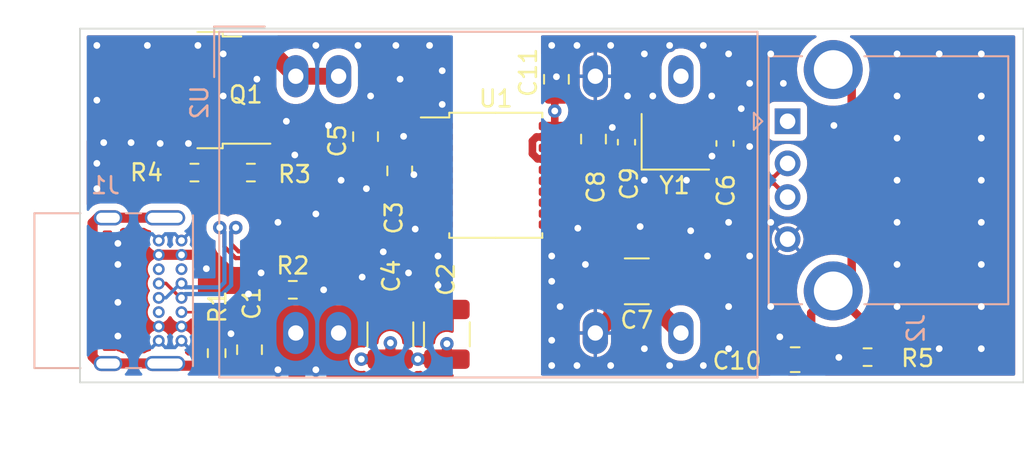
<source format=kicad_pcb>
(kicad_pcb (version 20211014) (generator pcbnew)
  (layers (0 "F.Cu" signal) (1 "In1.Cu" signal) (2 "In2.Cu" signal) (31 "B.Cu" signal) (34 "B.Paste" user) (35 "F.Paste" user) (36 "B.SilkS" user "B.Silkscreen") (37 "F.SilkS" user "F.Silkscreen") (38 "B.Mask" user) (39 "F.Mask" user) (44 "Edge.Cuts" user))
  (net 0 "")
  (net 1 "GND1")
  (net 2 "Net-(C1-Pad2)")
  (net 3 "VCC")
  (net 4 "Net-(C3-Pad1)")
  (net 5 "Net-(C6-Pad1)")
  (net 6 "GND2")
  (net 7 "VDD")
  (net 8 "Net-(C8-Pad2)")
  (net 9 "Net-(C9-Pad2)")
  (net 10 "Net-(C10-Pad2)")
  (net 11 "Net-(J1-PadA5)")
  (net 12 "/HD+")
  (net 13 "/HD-")
  (net 17 "Net-(Q1-Pad1)")
  (net 20 "/DD-")
  (net 21 "/DD+")
  (net 22 "/GNDSW")
  (footprint "Resistor_SMD:R_0603_1608Metric" (layer "F.Cu") (at 129.1336 76.5048)
    (fp_text reference "R2" (at 0 -1.43) (layer "F.SilkS"))
    (fp_text value "5.1k")
    (fp_line (start -0.237258 -0.5225) (end 0.237258 -0.5225) (layer "F.SilkS") (width 0.12))
    (fp_line (start -0.237258 0.5225) (end 0.237258 0.5225) (layer "F.SilkS") (width 0.12))
    (pad "1" smd roundrect locked (at -0.825 0) (size 0.8 0.95) (layers "F.Cu" "F.Paste" "F.Mask") (net 11 "Net-(J1-PadA5)"))
    (pad "2" smd roundrect locked (at 0.825 0) (size 0.8 0.95) (layers "F.Cu" "F.Paste" "F.Mask") (net 1 "GND1"))
  )
  (footprint "Resistor_SMD:R_0603_1608Metric" (layer "F.Cu") (at 124.6124 80.264 -90)
    (fp_text reference "R1" (at -2.7432 -0.0508 90) (layer "F.SilkS"))
    (fp_text value "1M")
    (fp_line (start -0.237258 -0.5225) (end 0.237258 -0.5225) (layer "F.SilkS") (width 0.12))
    (fp_line (start -0.237258 0.5225) (end 0.237258 0.5225) (layer "F.SilkS") (width 0.12))
    (pad "1" smd roundrect locked (at -0.825 0 270) (size 0.8 0.95) (layers "F.Cu" "F.Paste" "F.Mask") (net 1 "GND1"))
    (pad "2" smd roundrect locked (at 0.825 0 270) (size 0.8 0.95) (layers "F.Cu" "F.Paste" "F.Mask") (net 2 "Net-(C1-Pad2)"))
  )
  (footprint "Capacitor_SMD:C_0805_2012Metric" (layer "F.Cu") (at 126.5624 80.0592 -90)
    (fp_text reference "C1" (at -2.7416 -0.1328 90) (layer "F.SilkS"))
    (fp_text value "1u")
    (fp_line (start -0.261252 -0.735) (end 0.261252 -0.735) (layer "F.SilkS") (width 0.12))
    (fp_line (start -0.261252 0.735) (end 0.261252 0.735) (layer "F.SilkS") (width 0.12))
    (pad "1" smd roundrect locked (at -0.95 0 270) (size 1 1.45) (layers "F.Cu" "F.Paste" "F.Mask") (net 1 "GND1"))
    (pad "2" smd roundrect locked (at 0.95 0 270) (size 1 1.45) (layers "F.Cu" "F.Paste" "F.Mask") (net 2 "Net-(C1-Pad2)"))
  )
  (footprint "Capacitor_SMD:C_0805_2012Metric" (layer "F.Cu") (at 146.980001 67.556999 -90)
    (fp_text reference "C8" (at 2.851801 -0.136799 90) (layer "F.SilkS"))
    (fp_text value "1u")
    (fp_line (start -0.261252 0.735) (end 0.261252 0.735) (layer "F.SilkS") (width 0.12))
    (fp_line (start -0.261252 -0.735) (end 0.261252 -0.735) (layer "F.SilkS") (width 0.12))
    (pad "1" smd roundrect locked (at -0.95 0 270) (size 1 1.45) (layers "F.Cu" "F.Paste" "F.Mask") (net 6 "GND2"))
    (pad "2" smd roundrect locked (at 0.95 0 270) (size 1 1.45) (layers "F.Cu" "F.Paste" "F.Mask") (net 8 "Net-(C8-Pad2)"))
  )
  (footprint "Capacitor_SMD:C_0805_2012Metric" (layer "F.Cu") (at 158.95 80.65)
    (fp_text reference "C10" (at -3.4512 0.0712) (layer "F.SilkS"))
    (fp_text value "1u")
    (fp_line (start -0.261252 0.735) (end 0.261252 0.735) (layer "F.SilkS") (width 0.12))
    (fp_line (start -0.261252 -0.735) (end 0.261252 -0.735) (layer "F.SilkS") (width 0.12))
    (pad "1" smd roundrect locked (at -0.95 0) (size 1 1.45) (layers "F.Cu" "F.Paste" "F.Mask") (net 6 "GND2"))
    (pad "2" smd roundrect locked (at 0.95 0) (size 1 1.45) (layers "F.Cu" "F.Paste" "F.Mask") (net 10 "Net-(C10-Pad2)"))
  )
  (footprint "Resistor_SMD:R_0603_1608Metric" (layer "F.Cu") (at 126.6444 69.5452)
    (fp_text reference "R3" (at 2.5908 0.1016) (layer "F.SilkS"))
    (fp_text value "R")
    (fp_line (start -0.237258 0.5225) (end 0.237258 0.5225) (layer "F.SilkS") (width 0.12))
    (fp_line (start -0.237258 -0.5225) (end 0.237258 -0.5225) (layer "F.SilkS") (width 0.12))
    (pad "1" smd roundrect locked (at -0.825 0) (size 0.8 0.95) (layers "F.Cu" "F.Paste" "F.Mask") (net 3 "VCC"))
    (pad "2" smd roundrect locked (at 0.825 0) (size 0.8 0.95) (layers "F.Cu" "F.Paste" "F.Mask") (net 17 "Net-(Q1-Pad1)"))
  )
  (footprint "Crystal:Crystal_SMD_3225-4Pin_3.2x2.5mm" (layer "F.Cu") (at 151.8376 67.718)
    (fp_text reference "Y1" (at -0.0472 2.5892) (layer "F.SilkS"))
    (fp_text value "Crystal_GND24_Small")
    (fp_line (start -2 -1.65) (end -2 1.65) (layer "F.SilkS") (width 0.12))
    (fp_line (start -2 1.65) (end 2 1.65) (layer "F.SilkS") (width 0.12))
    (pad "1" smd rect locked (at -1.1 0.85) (size 1.4 1.2) (layers "F.Cu" "F.Paste" "F.Mask") (net 9 "Net-(C9-Pad2)"))
    (pad "2" smd rect locked (at 1.1 0.85) (size 1.4 1.2) (layers "F.Cu" "F.Paste" "F.Mask") (net 6 "GND2"))
    (pad "3" smd rect locked (at 1.1 -0.85) (size 1.4 1.2) (layers "F.Cu" "F.Paste" "F.Mask") (net 5 "Net-(C6-Pad1)"))
    (pad "4" smd rect locked (at -1.1 -0.85) (size 1.4 1.2) (layers "F.Cu" "F.Paste" "F.Mask") (net 6 "GND2"))
  )
  (footprint "Resistor_SMD:R_0603_1608Metric" (layer "F.Cu") (at 163.25 80.5)
    (fp_text reference "R5" (at 2.9676 0.0688) (layer "F.SilkS"))
    (fp_text value "1M")
    (fp_line (start -0.237258 0.5225) (end 0.237258 0.5225) (layer "F.SilkS") (width 0.12))
    (fp_line (start -0.237258 -0.5225) (end 0.237258 -0.5225) (layer "F.SilkS") (width 0.12))
    (pad "1" smd roundrect locked (at -0.825 0) (size 0.8 0.95) (layers "F.Cu" "F.Paste" "F.Mask") (net 6 "GND2"))
    (pad "2" smd roundrect locked (at 0.825 0) (size 0.8 0.95) (layers "F.Cu" "F.Paste" "F.Mask") (net 10 "Net-(C10-Pad2)"))
  )
  (footprint "Capacitor_SMD:C_0603_1608Metric" (layer "F.Cu") (at 148.9376 67.743 -90)
    (fp_text reference "C9" (at 2.4626 -0.1604 -90) (layer "F.SilkS"))
    (fp_text value "5p")
    (fp_line (start -0.14058 0.51) (end 0.14058 0.51) (layer "F.SilkS") (width 0.12))
    (fp_line (start -0.14058 -0.51) (end 0.14058 -0.51) (layer "F.SilkS") (width 0.12))
    (pad "1" smd roundrect locked (at -0.775 0 270) (size 0.9 0.95) (layers "F.Cu" "F.Paste" "F.Mask") (net 6 "GND2"))
    (pad "2" smd roundrect locked (at 0.775 0 270) (size 0.9 0.95) (layers "F.Cu" "F.Paste" "F.Mask") (net 9 "Net-(C9-Pad2)"))
  )
  (footprint "Capacitor_SMD:C_1210_3225Metric" (layer "F.Cu") (at 149.55 76 180)
    (fp_text reference "C7" (at 0 -2.3) (layer "F.SilkS"))
    (fp_text value "22u")
    (fp_line (start -0.711252 -1.36) (end 0.711252 -1.36) (layer "F.SilkS") (width 0.12))
    (fp_line (start -0.711252 1.36) (end 0.711252 1.36) (layer "F.SilkS") (width 0.12))
    (pad "1" smd roundrect locked (at -1.475 0 180) (size 1.15 2.7) (layers "F.Cu" "F.Paste" "F.Mask") (roundrect_rratio 0.2173913043) (net 7 "VDD"))
    (pad "2" smd roundrect locked (at 1.475 0 180) (size 1.15 2.7) (layers "F.Cu" "F.Paste" "F.Mask") (roundrect_rratio 0.2173913043) (net 6 "GND2"))
  )
  (footprint "Capacitor_SMD:C_0805_2012Metric" (layer "F.Cu") (at 135.480001 69.4436 -90)
    (fp_text reference "C3" (at 2.794 0.352001 90) (layer "F.SilkS"))
    (fp_text value "1u")
    (fp_line (start -0.261252 0.735) (end 0.261252 0.735) (layer "F.SilkS") (width 0.12))
    (fp_line (start -0.261252 -0.735) (end 0.261252 -0.735) (layer "F.SilkS") (width 0.12))
    (pad "1" smd roundrect locked (at -0.95 0 270) (size 1 1.45) (layers "F.Cu" "F.Paste" "F.Mask") (net 4 "Net-(C3-Pad1)"))
    (pad "2" smd roundrect locked (at 0.95 0 270) (size 1 1.45) (layers "F.Cu" "F.Paste" "F.Mask") (net 1 "GND1"))
  )
  (footprint "Capacitor_SMD:C_0805_2012Metric" (layer "F.Cu") (at 133.4516 67.4116 -90)
    (fp_text reference "C5" (at 0.254 1.6764 90) (layer "F.SilkS"))
    (fp_text value "1u")
    (fp_line (start -0.261252 -0.735) (end 0.261252 -0.735) (layer "F.SilkS") (width 0.12))
    (fp_line (start -0.261252 0.735) (end 0.261252 0.735) (layer "F.SilkS") (width 0.12))
    (pad "1" smd roundrect locked (at -0.95 0 270) (size 1 1.45) (layers "F.Cu" "F.Paste" "F.Mask") (net 3 "VCC"))
    (pad "2" smd roundrect locked (at 0.95 0 270) (size 1 1.45) (layers "F.Cu" "F.Paste" "F.Mask") (net 1 "GND1"))
  )
  (footprint "Capacitor_SMD:C_1210_3225Metric" (layer "F.Cu") (at 134.9248 79.1464 -90)
    (fp_text reference "C4" (at -3.4544 -0.0508 90) (layer "F.SilkS"))
    (fp_text value "22u")
    (fp_line (start -0.711252 -1.36) (end 0.711252 -1.36) (layer "F.SilkS") (width 0.12))
    (fp_line (start -0.711252 1.36) (end 0.711252 1.36) (layer "F.SilkS") (width 0.12))
    (pad "1" smd roundrect locked (at -1.475 0 270) (size 1.15 2.7) (layers "F.Cu" "F.Paste" "F.Mask") (roundrect_rratio 0.2173913043) (net 3 "VCC"))
    (pad "2" smd roundrect locked (at 1.475 0 270) (size 1.15 2.7) (layers "F.Cu" "F.Paste" "F.Mask") (roundrect_rratio 0.2173913043) (net 22 "/GNDSW"))
  )
  (footprint "Capacitor_SMD:C_1210_3225Metric" (layer "F.Cu") (at 138.2776 79.1464 -90)
    (fp_text reference "C2" (at -3.2512 0.0508 90) (layer "F.SilkS"))
    (fp_text value "22u")
    (fp_line (start -0.711252 -1.36) (end 0.711252 -1.36) (layer "F.SilkS") (width 0.12))
    (fp_line (start -0.711252 1.36) (end 0.711252 1.36) (layer "F.SilkS") (width 0.12))
    (pad "1" smd roundrect locked (at -1.475 0 270) (size 1.15 2.7) (layers "F.Cu" "F.Paste" "F.Mask") (roundrect_rratio 0.2173913043) (net 3 "VCC"))
    (pad "2" smd roundrect locked (at 1.475 0 270) (size 1.15 2.7) (layers "F.Cu" "F.Paste" "F.Mask") (roundrect_rratio 0.2173913043) (net 22 "/GNDSW"))
  )
  (footprint "Capacitor_SMD:C_0805_2012Metric" (layer "F.Cu") (at 144.78 64.008 -90)
    (fp_text reference "C11" (at -0.4064 1.6764 90) (layer "F.SilkS"))
    (fp_text value "1u")
    (fp_line (start -0.261252 0.735) (end 0.261252 0.735) (layer "F.SilkS") (width 0.12))
    (fp_line (start -0.261252 -0.735) (end 0.261252 -0.735) (layer "F.SilkS") (width 0.12))
    (pad "1" smd roundrect locked (at -0.95 0 270) (size 1 1.45) (layers "F.Cu" "F.Paste" "F.Mask") (net 6 "GND2"))
    (pad "2" smd roundrect locked (at 0.95 0 270) (size 1 1.45) (layers "F.Cu" "F.Paste" "F.Mask") (net 7 "VDD"))
  )
  (footprint "Package_TO_SOT_SMD:TO-252-2" (layer "F.Cu") (at 122.5 64.65 180)
    (fp_text reference "Q1" (at -3.8396 -0.2724) (layer "F.SilkS"))
    (fp_text value "IPD50R380CE")
    (fp_line (start -0.97 -3.45) (end -2.47 -3.45) (layer "F.SilkS") (width 0.12))
    (fp_line (start -2.47 -3.45) (end -2.47 -3.18) (layer "F.SilkS") (width 0.12))
    (fp_line (start -0.97 3.45) (end -2.47 3.45) (layer "F.SilkS") (width 0.12))
    (fp_line (start -2.47 3.45) (end -2.47 3.18) (layer "F.SilkS") (width 0.12))
    (fp_line (start -2.47 -3.18) (end -5.3 -3.18) (layer "F.SilkS") (width 0.12))
    (fp_line (start -2.47 3.18) (end -3.57 3.18) (layer "F.SilkS") (width 0.12))
    (pad "1" smd rect locked (at -4.2 -2.28 180) (size 2.2 1.2) (layers "F.Cu" "F.Paste" "F.Mask") (net 17 "Net-(Q1-Pad1)"))
    (pad "2" smd rect locked (at 2.1 0 180) (size 6.4 5.8) (layers "F.Cu" "F.Mask") (net 1 "GND1"))
    (pad "3" smd rect locked (at -4.2 2.28 180) (size 2.2 1.2) (layers "F.Cu" "F.Paste" "F.Mask") (net 22 "/GNDSW"))
  )
  (footprint "Resistor_SMD:R_0603_1608Metric" (layer "F.Cu") (at 123.2944 69.5452 180)
    (fp_text reference "R4" (at 2.8476 0) (layer "F.SilkS"))
    (fp_text value "R")
    (fp_line (start -0.237258 -0.5225) (end 0.237258 -0.5225) (layer "F.SilkS") (width 0.12))
    (fp_line (start -0.237258 0.5225) (end 0.237258 0.5225) (layer "F.SilkS") (width 0.12))
    (pad "1" smd roundrect locked (at -0.825 0 180) (size 0.8 0.95) (layers "F.Cu" "F.Paste" "F.Mask") (net 17 "Net-(Q1-Pad1)"))
    (pad "2" smd roundrect locked (at 0.825 0 180) (size 0.8 0.95) (layers "F.Cu" "F.Paste" "F.Mask") (net 22 "/GNDSW"))
  )
  (footprint "Capacitor_SMD:C_0603_1608Metric" (layer "F.Cu") (at 154.7876 67.818 -90)
    (fp_text reference "C6" (at 2.794 -0.0508 -90) (layer "F.SilkS"))
    (fp_text value "5p")
    (fp_line (start -0.14058 -0.51) (end 0.14058 -0.51) (layer "F.SilkS") (width 0.12))
    (fp_line (start -0.14058 0.51) (end 0.14058 0.51) (layer "F.SilkS") (width 0.12))
    (pad "1" smd roundrect locked (at -0.775 0 270) (size 0.9 0.95) (layers "F.Cu" "F.Paste" "F.Mask") (net 5 "Net-(C6-Pad1)"))
    (pad "2" smd roundrect locked (at 0.775 0 270) (size 0.9 0.95) (layers "F.Cu" "F.Paste" "F.Mask") (net 6 "GND2"))
  )
  (footprint "Package_SO:SSOP-20_5.3x7.2mm_P0.65mm" (layer "F.Cu") (at 141.180001 69.706999)
    (fp_text reference "U1" (at 0 -4.55) (layer "F.SilkS"))
    (fp_text value "ADUM3166")
    (fp_line (start 2.76 -3.71) (end 2.76 -3.435) (layer "F.SilkS") (width 0.12))
    (fp_line (start -2.76 -3.71) (end -2.76 -3.435) (layer "F.SilkS") (width 0.12))
    (fp_line (start 0 -3.71) (end -2.76 -3.71) (layer "F.SilkS") (width 0.12))
    (fp_line (start -2.76 -3.435) (end -4.45 -3.435) (layer "F.SilkS") (width 0.12))
    (fp_line (start 0 3.71) (end -2.76 3.71) (layer "F.SilkS") (width 0.12))
    (fp_line (start 2.76 3.71) (end 2.76 3.435) (layer "F.SilkS") (width 0.12))
    (fp_line (start -2.76 3.71) (end -2.76 3.435) (layer "F.SilkS") (width 0.12))
    (fp_line (start 0 -3.71) (end 2.76 -3.71) (layer "F.SilkS") (width 0.12))
    (fp_line (start 0 3.71) (end 2.76 3.71) (layer "F.SilkS") (width 0.12))
    (pad "1" smd roundrect locked (at -3.5 -2.925) (size 1.9 0.5) (layers "F.Cu" "F.Paste" "F.Mask") (net 3 "VCC"))
    (pad "2" smd roundrect locked (at -3.5 -2.275) (size 1.9 0.5) (layers "F.Cu" "F.Paste" "F.Mask") (net 1 "GND1"))
    (pad "3" smd roundrect locked (at -3.5 -1.625) (size 1.9 0.5) (layers "F.Cu" "F.Paste" "F.Mask") (net 4 "Net-(C3-Pad1)"))
    (pad "4" smd roundrect locked (at -3.5 -0.975) (size 1.9 0.5) (layers "F.Cu" "F.Paste" "F.Mask") (net 1 "GND1"))
    (pad "5" smd roundrect locked (at -3.5 -0.325) (size 1.9 0.5) (layers "F.Cu" "F.Paste" "F.Mask") (net 1 "GND1"))
    (pad "6" smd roundrect locked (at -3.5 0.325) (size 1.9 0.5) (layers "F.Cu" "F.Paste" "F.Mask") (net 1 "GND1"))
    (pad "7" smd roundrect locked (at -3.5 0.975) (size 1.9 0.5) (layers "F.Cu" "F.Paste" "F.Mask") (net 1 "GND1"))
    (pad "8" smd roundrect locked (at -3.5 1.625) (size 1.9 0.5) (layers "F.Cu" "F.Paste" "F.Mask") (net 12 "/HD+"))
    (pad "9" smd roundrect locked (at -3.5 2.275) (size 1.9 0.5) (layers "F.Cu" "F.Paste" "F.Mask") (net 13 "/HD-"))
    (pad "10" smd roundrect locked (at -3.5 2.925) (size 1.9 0.5) (layers "F.Cu" "F.Paste" "F.Mask") (net 1 "GND1"))
    (pad "11" smd roundrect locked (at 3.5 2.925) (size 1.9 0.5) (layers "F.Cu" "F.Paste" "F.Mask") (net 6 "GND2"))
    (pad "12" smd roundrect locked (at 3.5 2.275) (size 1.9 0.5) (layers "F.Cu" "F.Paste" "F.Mask") (net 21 "/DD+"))
    (pad "13" smd roundrect locked (at 3.5 1.625) (size 1.9 0.5) (layers "F.Cu" "F.Paste" "F.Mask") (net 20 "/DD-"))
    (pad "14" smd roundrect locked (at 3.5 0.975) (size 1.9 0.5) (layers "F.Cu" "F.Paste" "F.Mask"))
    (pad "15" smd roundrect locked (at 3.5 0.325) (size 1.9 0.5) (layers "F.Cu" "F.Paste" "F.Mask") (net 9 "Net-(C9-Pad2)"))
    (pad "16" smd roundrect locked (at 3.5 -0.325) (size 1.9 0.5) (layers "F.Cu" "F.Paste" "F.Mask") (net 5 "Net-(C6-Pad1)"))
    (pad "17" smd roundrect locked (at 3.5 -0.975) (size 1.9 0.5) (layers "F.Cu" "F.Paste" "F.Mask") (net 6 "GND2"))
    (pad "18" smd roundrect locked (at 3.5 -1.625) (size 1.9 0.5) (layers "F.Cu" "F.Paste" "F.Mask") (net 8 "Net-(C8-Pad2)"))
    (pad "19" smd roundrect locked (at 3.5 -2.275) (size 1.9 0.5) (layers "F.Cu" "F.Paste" "F.Mask") (net 6 "GND2"))
    (pad "20" smd roundrect locked (at 3.5 -2.925) (size 1.9 0.5) (layers "F.Cu" "F.Paste" "F.Mask") (net 7 "VDD"))
  )
  (footprint "Connector_USB:USB_C_Receptacle_GCT_USB4085" (layer "B.Cu") (at 122.525 79.5306 90)
    (fp_text reference "J1" (at 9.2234 -4.5166) (layer "B.SilkS") (effects (justify mirror)))
    (fp_text value "USB_C_Receptacle_USB2.0")
    (fp_line (start 7.57 -2.4) (end 7.57 -3.3) (layer "B.SilkS") (width 0.12))
    (fp_line (start -1.62 -6) (end -1.62 -8.73) (layer "B.SilkS") (width 0.12))
    (fp_line (start -1.5 0.68) (end 7.45 0.68) (layer "B.SilkS") (width 0.12))
    (fp_line (start -1.62 -8.73) (end 7.57 -8.73) (layer "B.SilkS") (width 0.12))
    (fp_line (start 7.57 -6) (end 7.57 -8.73) (layer "B.SilkS") (width 0.12))
    (fp_line (start -1.62 -2.4) (end -1.62 -3.3) (layer "B.SilkS") (width 0.12))
    (pad "A1" thru_hole circle locked (at 0 0 90) (size 0.7 0.7) (drill 0.4) (layers *.Cu *.Mask) (net 1 "GND1"))
    (pad "A4" thru_hole circle locked (at 0.85 0 90) (size 0.7 0.7) (drill 0.4) (layers *.Cu *.Mask) (net 3 "VCC"))
    (pad "A5" thru_hole circle locked (at 1.7 0 90) (size 0.7 0.7) (drill 0.4) (layers *.Cu *.Mask) (net 11 "Net-(J1-PadA5)"))
    (pad "A6" thru_hole circle locked (at 2.55 0 90) (size 0.7 0.7) (drill 0.4) (layers *.Cu *.Mask) (net 12 "/HD+"))
    (pad "A7" thru_hole circle locked (at 3.4 0 90) (size 0.7 0.7) (drill 0.4) (layers *.Cu *.Mask) (net 13 "/HD-"))
    (pad "A8" thru_hole circle locked (at 4.25 0 90) (size 0.7 0.7) (drill 0.4) (layers *.Cu *.Mask))
    (pad "A9" thru_hole circle locked (at 5.1 0 90) (size 0.7 0.7) (drill 0.4) (layers *.Cu *.Mask) (net 3 "VCC"))
    (pad "A12" thru_hole circle locked (at 5.95 0 90) (size 0.7 0.7) (drill 0.4) (layers *.Cu *.Mask) (net 1 "GND1"))
    (pad "B1" thru_hole circle locked (at 5.95 -1.35 90) (size 0.7 0.7) (drill 0.4) (layers *.Cu *.Mask) (net 1 "GND1"))
    (pad "B4" thru_hole circle locked (at 5.1 -1.35 90) (size 0.7 0.7) (drill 0.4) (layers *.Cu *.Mask) (net 3 "VCC"))
    (pad "B5" thru_hole circle locked (at 4.25 -1.35 90) (size 0.7 0.7) (drill 0.4) (layers *.Cu *.Mask))
    (pad "B6" thru_hole circle locked (at 3.4 -1.35 90) (size 0.7 0.7) (drill 0.4) (layers *.Cu *.Mask) (net 12 "/HD+"))
    (pad "B7" thru_hole circle locked (at 2.55 -1.35 90) (size 0.7 0.7) (drill 0.4) (layers *.Cu *.Mask) (net 13 "/HD-"))
    (pad "B8" thru_hole circle locked (at 1.7 -1.35 90) (size 0.7 0.7) (drill 0.4) (layers *.Cu *.Mask))
    (pad "B9" thru_hole circle locked (at 0.85 -1.35 90) (size 0.7 0.7) (drill 0.4) (layers *.Cu *.Mask) (net 3 "VCC"))
    (pad "B12" thru_hole circle locked (at 0 -1.35 90) (size 0.7 0.7) (drill 0.4) (layers *.Cu *.Mask) (net 1 "GND1"))
    (pad "S1" thru_hole oval locked (at 7.3 -4.36 90) (size 0.9 1.7) (drill oval 0.6 1.4) (layers *.Cu *.Mask) (net 2 "Net-(C1-Pad2)"))
    (pad "S1" thru_hole oval locked (at -1.35 -0.98 90) (size 0.9 2.4) (drill oval 0.6 2.1) (layers *.Cu *.Mask) (net 2 "Net-(C1-Pad2)"))
    (pad "S1" thru_hole oval locked (at -1.35 -4.36 90) (size 0.9 1.7) (drill oval 0.6 1.4) (layers *.Cu *.Mask) (net 2 "Net-(C1-Pad2)"))
    (pad "S1" thru_hole oval locked (at 7.3 -0.98 90) (size 0.9 2.4) (drill oval 0.6 2.1) (layers *.Cu *.Mask) (net 2 "Net-(C1-Pad2)"))
  )
  (footprint "Connector_USB:USB_A_CONNFLY_DS1095-WNR0" (layer "B.Cu") (at 158.5 66.5 -90)
    (fp_text reference "J2" (at 12.2908 -7.616 90) (layer "B.SilkS") (effects (justify mirror)))
    (fp_text value "USB_A")
    (fp_line (start 0.5 2) (end -0.5 2) (layer "B.SilkS") (width 0.12))
    (fp_line (start 0 1.5) (end 0.5 2) (layer "B.SilkS") (width 0.12))
    (fp_line (start -3.86 -4.56) (end -3.86 -13.1) (layer "B.SilkS") (width 0.12))
    (fp_line (start -3.86 1.12) (end -3.86 -0.86) (layer "B.SilkS") (width 0.12))
    (fp_line (start -3.86 1.12) (end 10.86 1.12) (layer "B.SilkS") (width 0.12))
    (fp_line (start 10.86 -0.86) (end 10.86 1.12) (layer "B.SilkS") (width 0.12))
    (fp_line (start -0.5 2) (end 0 1.5) (layer "B.SilkS") (width 0.12))
    (fp_line (start -3.86 -13.1) (end 10.86 -13.1) (layer "B.SilkS") (width 0.12))
    (fp_line (start 10.86 -4.56) (end 10.86 -13.1) (layer "B.SilkS") (width 0.12))
    (pad "1" thru_hole rect locked (at 0 0 270) (size 1.524 1.524) (drill 0.92) (layers *.Cu *.Mask) (net 7 "VDD"))
    (pad "2" thru_hole circle locked (at 2.5 0 270) (size 1.524 1.524) (drill 0.92) (layers *.Cu *.Mask) (net 20 "/DD-"))
    (pad "3" thru_hole circle locked (at 4.5 0 270) (size 1.524 1.524) (drill 0.92) (layers *.Cu *.Mask) (net 21 "/DD+"))
    (pad "4" thru_hole circle locked (at 7 0 270) (size 1.524 1.524) (drill 0.92) (layers *.Cu *.Mask) (net 6 "GND2"))
    (pad "5" thru_hole circle locked (at -3.07 -2.71 270) (size 3.5 3.5) (drill 2.3) (layers *.Cu *.Mask) (net 10 "Net-(C10-Pad2)"))
    (pad "5" thru_hole circle locked (at 10.07 -2.71 270) (size 3.5 3.5) (drill 2.3) (layers *.Cu *.Mask) (net 10 "Net-(C10-Pad2)"))
  )
  (footprint "Converter_DCDC:Converter_DCDC_XP_POWER_JTExxxxDxx_THT" (layer "B.Cu") (at 129.31 63.8275 -90)
    (fp_text reference "U2" (at 1.5521 5.7136 90) (layer "B.SilkS") (effects (justify mirror)))
    (fp_text value "REC5A-0505SW/H2")
    (fp_line (start -2.64 4.545) (end -2.64 -27.405) (layer "B.SilkS") (width 0.12))
    (fp_line (start -2.95 4.845) (end -2.95 1.845) (layer "B.SilkS") (width 0.12))
    (fp_line (start -2.64 4.545) (end 17.88 4.545) (layer "B.SilkS") (width 0.12))
    (fp_line (start 17.88 4.545) (end 17.88 -27.405) (layer "B.SilkS") (width 0.12))
    (fp_line (start -2.64 -27.405) (end 17.88 -27.405) (layer "B.SilkS") (width 0.12))
    (fp_line (start -2.95 4.845) (end 0.05 4.845) (layer "B.SilkS") (width 0.12))
    (pad "2" thru_hole oval locked (at 0 0 270) (size 2.5 1.5) (drill 0.91) (layers *.Cu *.Mask) (net 22 "/GNDSW"))
    (pad "3" thru_hole oval locked (at 0 -2.54 270) (size 2.5 1.5) (drill 0.91) (layers *.Cu *.Mask) (net 22 "/GNDSW"))
    (pad "9" thru_hole oval locked (at 0 -17.78 270) (size 2.5 1.5) (drill 0.91) (layers *.Cu *.Mask) (net 6 "GND2"))
    (pad "11" thru_hole oval locked (at 0 -22.86 270) (size 2.5 1.5) (drill 0.91) (layers *.Cu *.Mask))
    (pad "14" thru_hole oval locked (at 15.24 -22.86 270) (size 2.5 1.5) (drill 0.91) (layers *.Cu *.Mask) (net 7 "VDD"))
    (pad "16" thru_hole oval locked (at 15.24 -17.78 270) (size 2.5 1.5) (drill 0.91) (layers *.Cu *.Mask) (net 6 "GND2"))
    (pad "22" thru_hole oval locked (at 15.24 -2.54 270) (size 2.5 1.5) (drill 0.91) (layers *.Cu *.Mask) (net 3 "VCC"))
    (pad "23" thru_hole oval locked (at 15.24 0 270) (size 2.5 1.5) (drill 0.91) (layers *.Cu *.Mask) (net 3 "VCC"))
  )
  (gr_line (start 172.5 61) (end 172.5 82) (layer "Edge.Cuts") (width 0.1))
  (gr_line (start 116.5 61) (end 172.5 61) (layer "Edge.Cuts") (width 0.1))
  (gr_line (start 172.5 82) (end 116.5 82) (layer "Edge.Cuts") (width 0.1))
  (gr_line (start 116.5 82) (end 116.5 61) (layer "Edge.Cuts") (width 0.1))
  (segment (start 134.419351 67.393849) (end 133.4516 68.3616) (width 0.3) (layer "F.Cu") (net 1))
  (segment (start 137.680001 72.631999) (end 136.664001 72.631999) (width 0.3) (layer "F.Cu") (net 1))
  (segment (start 136.664001 72.631999) (end 136.398 72.898) (width 0.3) (layer "F.Cu") (net 1))
  (segment (start 136.605001 69.381999) (end 135.480001 70.506999) (width 0.3) (layer "F.Cu") (net 1))
  (segment (start 137.680001 69.381999) (end 136.605001 69.381999) (width 0.3) (layer "F.Cu") (net 1))
  (segment (start 137.680001 70.681999) (end 135.655001 70.681999) (width 0.3) (layer "F.Cu") (net 1))
  (segment (start 137.680001 68.731999) (end 136.754001 68.731999) (width 0.3) (layer "F.Cu") (net 1))
  (segment (start 137.680001 67.431999) (end 135.746165 67.431999) (width 0.3) (layer "F.Cu") (net 1))
  (segment (start 129.9586 76.5048) (end 130.9624 76.5048) (width 0.2) (layer "F.Cu") (net 1))
  (segment (start 136.5504 68.9356) (end 136.5504 69.327398) (width 0.3) (layer "F.Cu") (net 1))
  (segment (start 124.9422 79.1092) (end 124.6124 79.439) (width 0.6) (layer "F.Cu") (net 1))
  (segment (start 135.655001 70.681999) (end 135.480001 70.506999) (width 0.3) (layer "F.Cu") (net 1))
  (segment (start 135.708015 67.393849) (end 134.419351 67.393849) (width 0.3) (layer "F.Cu") (net 1))
  (segment (start 136.754001 68.731999) (end 136.5504 68.9356) (width 0.3) (layer "F.Cu") (net 1))
  (segment (start 135.746165 67.431999) (end 135.708015 67.393849) (width 0.3) (layer "F.Cu") (net 1))
  (segment (start 136.5504 69.327398) (end 136.605001 69.381999) (width 0.3) (layer "F.Cu") (net 1))
  (segment (start 137.680001 70.031999) (end 135.955001 70.031999) (width 0.3) (layer "F.Cu") (net 1))
  (segment (start 135.955001 70.031999) (end 135.480001 70.506999) (width 0.3) (layer "F.Cu") (net 1))
  (segment (start 126.5624 79.1092) (end 124.9422 79.1092) (width 0.6) (layer "F.Cu") (net 1))
  (via (at 125.4624 79.1092) (size 0.8) (drill 0.4) (layers "F.Cu" "B.Cu") (net 1))
  (via (at 138 65.5) (size 0.8) (drill 0.4) (layers "F.Cu" "B.Cu") (net 1))
  (via (at 118.75 73.75) (size 0.8) (drill 0.4) (layers "F.Cu" "B.Cu") (net 1))
  (via (at 127 64) (size 0.8) (drill 0.4) (layers "F.Cu" "B.Cu") (net 1))
  (via (at 122.936 67.818) (size 0.8) (drill 0.4) (layers "F.Cu" "B.Cu") (net 1))
  (via (at 128.25 72.5) (size 0.8) (drill 0.4) (layers "F.Cu" "B.Cu") (net 1))
  (via (at 117.5 70.5) (size 0.8) (drill 0.4) (layers "F.Cu" "B.Cu") (net 1))
  (via (at 126.5 76.75) (size 0.8) (drill 0.4) (layers "F.Cu" "B.Cu") (net 1))
  (via (at 133.25 75.75) (size 0.8) (drill 0.4) (layers "F.Cu" "B.Cu") (net 1))
  (via (at 130.5 62) (size 0.8) (drill 0.4) (layers "F.Cu" "B.Cu") (net 1))
  (via (at 132 70) (size 0.8) (drill 0.4) (layers "F.Cu" "B.Cu") (net 1))
  (via (at 133 62) (size 0.8) (drill 0.4) (layers "F.Cu" "B.Cu") (net 1))
  (via (at 137.75 76.25) (size 0.8) (drill 0.4) (layers "F.Cu" "B.Cu") (net 1))
  (via (at 127.25 75.5) (size 0.8) (drill 0.4) (layers "F.Cu" "B.Cu") (net 1))
  (via (at 135.5 64) (size 0.8) (drill 0.4) (layers "F.Cu" "B.Cu") (net 1))
  (via (at 137.25 62) (size 0.8) (drill 0.4) (layers "F.Cu" "B.Cu") (net 1))
  (via (at 129.25 68.5) (size 0.8) (drill 0.4) (layers "F.Cu" "B.Cu") (net 1))
  (via (at 120.5 62) (size 0.8) (drill 0.4) (layers "F.Cu" "B.Cu") (net 1))
  (via (at 119.5324 67.7672) (size 0.8) (drill 0.4) (layers "F.Cu" "B.Cu") (net 1))
  (via (at 117.9068 67.7672) (size 0.8) (drill 0.4) (layers "F.Cu" "B.Cu") (net 1))
  (via (at 136.3183 69.6687) (size 0.8) (drill 0.4) (layers "F.Cu" "B.Cu") (net 1))
  (via (at 125 65) (size 0.8) (drill 0.4) (layers "F.Cu" "B.Cu") (net 1))
  (via (at 117.5 69) (size 0.8) (drill 0.4) (layers "F.Cu" "B.Cu") (net 1))
  (via (at 124 75.25) (size 0.8) (drill 0.4) (layers "F.Cu" "B.Cu") (net 1))
  (via (at 128.25 81.25) (size 0.8) (drill 0.4) (layers "F.Cu" "B.Cu") (net 1))
  (via (at 128.75 66.5) (size 0.8) (drill 0.4) (layers "F.Cu" "B.Cu") (net 1))
  (via (at 136 75.5) (size 0.8) (drill 0.4) (layers "F.Cu" "B.Cu") (net 1))
  (via (at 117.5 65.25) (size 0.8) (drill 0.4) (layers "F.Cu" "B.Cu") (net 1))
  (via (at 137.75 74.5) (size 0.8) (drill 0.4) (layers "F.Cu" "B.Cu") (net 1))
  (via (at 130.9624 76.5048) (size 0.8) (drill 0.4) (layers "F.Cu" "B.Cu") (net 1))
  (via (at 136.398 72.898) (size 0.8) (drill 0.4) (layers "F.Cu" "B.Cu") (net 1))
  (via (at 125 62.5) (size 0.8) (drill 0.4) (layers "F.Cu" "B.Cu") (net 1))
  (via (at 135.25 62) (size 0.8) (drill 0.4) (layers "F.Cu" "B.Cu") (net 1))
  (via (at 118.75 75) (size 0.8) (drill 0.4) (layers "F.Cu" "B.Cu") (net 1))
  (via (at 123.5 62) (size 0.8) (drill 0.4) (layers "F.Cu" "B.Cu") (net 1))
  (via (at 134.5 74.25) (size 0.8) (drill 0.4) (layers "F.Cu" "B.Cu") (net 1))
  (via (at 130.5 72) (size 0.8) (drill 0.4) (layers "F.Cu" "B.Cu") (net 1))
  (via (at 117.5 62) (size 0.8) (drill 0.4) (layers "F.Cu" "B.Cu") (net 1))
  (via (at 121.2596 67.818) (size 0.8) (drill 0.4) (layers "F.Cu" "B.Cu") (net 1))
  (via (at 138 63.5) (size 0.8) (drill 0.4) (layers "F.Cu" "B.Cu") (net 1))
  (via (at 133.5 70.5) (size 0.8) (drill 0.4) (layers "F.Cu" "B.Cu") (net 1))
  (via (at 130.5 81.25) (size 0.8) (drill 0.4) (layers "F.Cu" "B.Cu") (net 1))
  (via (at 118.75 77.25) (size 0.8) (drill 0.4) (layers "F.Cu" "B.Cu") (net 1))
  (via (at 133.75 65) (size 0.8) (drill 0.4) (layers "F.Cu" "B.Cu") (net 1))
  (via (at 131.25 66.75) (size 0.8) (drill 0.4) (layers "F.Cu" "B.Cu") (net 1))
  (via (at 118.75 79.25) (size 0.8) (drill 0.4) (layers "F.Cu" "B.Cu") (net 1))
  (via (at 135.708015 67.393849) (size 0.8) (drill 0.4) (layers "F.Cu" "B.Cu") (net 1))
  (segment (start 121.545 80.875) (end 118.165 80.875) (width 0.6) (layer "F.Cu") (net 2))
  (segment (start 126.5624 81.0092) (end 121.6792 81.0092) (width 0.6) (layer "F.Cu") (net 2))
  (segment (start 117.2464 80.4672) (end 117.6542 80.875) (width 0.6) (layer "F.Cu") (net 2))
  (segment (start 118.165 72.225) (end 117.5638 72.225) (width 0.6) (layer "F.Cu") (net 2))
  (segment (start 117.2464 72.5424) (end 117.2464 80.4672) (width 0.6) (layer "F.Cu") (net 2))
  (segment (start 121.6792 81.0092) (end 121.545 80.875) (width 0.6) (layer "F.Cu") (net 2))
  (segment (start 117.5638 72.225) (end 117.2464 72.5424) (width 0.6) (layer "F.Cu") (net 2))
  (segment (start 117.6542 80.875) (end 118.165 80.875) (width 0.6) (layer "F.Cu") (net 2))
  (segment (start 118.165 72.225) (end 121.545 72.225) (width 0.6) (layer "F.Cu") (net 2))
  (segment (start 133.6192 66.294) (end 133.4516 66.4616) (width 0.45) (layer "F.Cu") (net 3))
  (segment (start 133.2332 66.4616) (end 133.4516 66.4616) (width 0.6) (layer "F.Cu") (net 3))
  (segment (start 137.680001 66.781999) (end 136.530399 66.781999) (width 0.45) (layer "F.Cu") (net 3))
  (segment (start 125.8194 71.0306) (end 125.7808 71.0692) (width 0.2) (layer "F.Cu") (net 3))
  (segment (start 125.8194 69.5452) (end 125.8194 71.0306) (width 0.2) (layer "F.Cu") (net 3))
  (segment (start 123.698 71.9328) (end 124.5616 71.0692) (width 0.6) (layer "F.Cu") (net 3))
  (segment (start 123.3394 74.425) (end 123.698 74.0664) (width 0.6) (layer "F.Cu") (net 3))
  (segment (start 121.175 74.425) (end 123.3394 74.425) (width 0.6) (layer "F.Cu") (net 3))
  (segment (start 136.530399 66.781999) (end 136.0424 66.294) (width 0.45) (layer "F.Cu") (net 3))
  (segment (start 123.698 74.0664) (end 123.698 71.9328) (width 0.6) (layer "F.Cu") (net 3))
  (segment (start 128.6256 71.0692) (end 133.2332 66.4616) (width 0.6) (layer "F.Cu") (net 3))
  (segment (start 125.7808 71.0692) (end 128.6256 71.0692) (width 0.6) (layer "F.Cu") (net 3))
  (segment (start 136.0424 66.294) (end 133.6192 66.294) (width 0.45) (layer "F.Cu") (net 3))
  (segment (start 124.5616 71.0692) (end 125.7808 71.0692) (width 0.6) (layer "F.Cu") (net 3))
  (segment (start 136.005001 68.081999) (end 135.480001 68.606999) (width 0.3) (layer "F.Cu") (net 4))
  (segment (start 137.680001 68.081999) (end 136.005001 68.081999) (width 0.3) (layer "F.Cu") (net 4))
  (segment (start 154.6126 66.868) (end 152.9376 66.868) (width 0.15) (layer "F.Cu") (net 5))
  (segment (start 148.23808 68.644992) (end 148.23808 67.91592) (width 0.15) (layer "F.Cu") (net 5))
  (segment (start 148.461489 67.692511) (end 152.113089 67.692511) (width 0.15) (layer "F.Cu") (net 5))
  (segment (start 154.7876 67.043) (end 154.6126 66.868) (width 0.15) (layer "F.Cu") (net 5))
  (segment (start 148.23808 67.91592) (end 148.461489 67.692511) (width 0.15) (layer "F.Cu") (net 5))
  (segment (start 152.113089 67.692511) (end 152.9376 66.868) (width 0.15) (layer "F.Cu") (net 5))
  (segment (start 144.680001 69.381999) (end 147.501073 69.381999) (width 0.15) (layer "F.Cu") (net 5))
  (segment (start 147.501073 69.381999) (end 148.23808 68.644992) (width 0.15) (layer "F.Cu") (net 5))
  (segment (start 143.355481 67.667719) (end 143.591201 67.431999) (width 0.45) (layer "F.Cu") (net 6))
  (segment (start 144.680001 67.431999) (end 146.155001 67.431999) (width 0.45) (layer "F.Cu") (net 6))
  (segment (start 143.591201 67.431999) (end 144.680001 67.431999) (width 0.45) (layer "F.Cu") (net 6))
  (segment (start 148.075 76) (end 148.075 78.0825) (width 1) (layer "F.Cu") (net 6))
  (segment (start 144.680001 68.731999) (end 143.661999 68.731999) (width 0.45) (layer "F.Cu") (net 6))
  (segment (start 158 79.3376) (end 158.0388 79.2988) (width 0.5) (layer "F.Cu") (net 6))
  (segment (start 146.155001 67.431999) (end 146.980001 66.606999) (width 0.45) (layer "F.Cu") (net 6))
  (segment (start 154.7876 68.593) (end 154.7626 68.568) (width 0.15) (layer "F.Cu") (net 6))
  (segment (start 158 80.65) (end 158 79.3376) (width 0.5) (layer "F.Cu") (net 6))
  (segment (start 162.425 80.5) (end 161.562 80.5) (width 0.5) (layer "F.Cu") (net 6))
  (segment (start 154.7626 68.568) (end 152.9376 68.568) (width 0.15) (layer "F.Cu") (net 6))
  (segment (start 143.355481 68.425481) (end 143.355481 67.667719) (width 0.45) (layer "F.Cu") (net 6))
  (segment (start 147.241002 66.868) (end 146.980001 66.606999) (width 0.45) (layer "F.Cu") (net 6))
  (segment (start 144.78 63.058) (end 144.78 63.8556) (width 0.45) (layer "F.Cu") (net 6))
  (segment (start 150.7376 66.868) (end 147.241002 66.868) (width 0.45) (layer "F.Cu") (net 6))
  (segment (start 145.834799 72.631999) (end 146.05 72.8472) (width 0.3) (layer "F.Cu") (net 6))
  (segment (start 148.075 78.0825) (end 147.09 79.0675) (width 1) (layer "F.Cu") (net 6))
  (segment (start 144.680001 72.631999) (end 145.834799 72.631999) (width 0.3) (layer "F.Cu") (net 6))
  (segment (start 161.562 80.5) (end 161.544 80.518) (width 0.5) (layer "F.Cu") (net 6))
  (segment (start 143.661999 68.731999) (end 143.355481 68.425481) (width 0.45) (layer "F.Cu") (net 6))
  (via (at 151.5 81) (size 0.8) (drill 0.4) (layers "F.Cu" "B.Cu") (net 6))
  (via (at 170 77.5) (size 0.8) (drill 0.4) (layers "F.Cu" "B.Cu") (net 6))
  (via (at 150 70) (size 0.8) (drill 0.4) (layers "F.Cu" "B.Cu") (net 6))
  (via (at 153.75 74.5) (size 0.8) (drill 0.4) (layers "F.Cu" "B.Cu") (net 6))
  (via (at 152.5 70) (size 0.8) (drill 0.4) (layers "F.Cu" "B.Cu") (net 6))
  (via (at 156.25 74.5) (size 0.8) (drill 0.4) (layers "F.Cu" "B.Cu") (net 6))
  (via (at 165 65) (size 0.8) (drill 0.4) (layers "F.Cu" "B.Cu") (net 6))
  (via (at 149 65) (size 0.8) (drill 0.4) (layers "F.Cu" "B.Cu") (net 6))
  (via (at 170 70) (size 0.8) (drill 0.4) (layers "F.Cu" "B.Cu") (net 6))
  (via (at 154 65) (size 0.8) (drill 0.4) (layers "F.Cu" "B.Cu") (net 6))
  (via (at 144.5 79.5) (size 0.8) (drill 0.4) (layers "F.Cu" "B.Cu") (net 6))
  (via (at 170 80) (size 0.8) (drill 0.4) (layers "F.Cu" "B.Cu") (net 6))
  (via (at 146.5 75) (size 0.8) (drill 0.4) (layers "F.Cu" "B.Cu") (net 6))
  (via (at 167.5 62.5) (size 0.8) (drill 0.4) (layers "F.Cu" "B.Cu") (net 6))
  (via (at 165 75) (size 0.8) (drill 0.4) (layers "F.Cu" "B.Cu") (net 6))
  (via (at 150 62.5) (size 0.8) (drill 0.4) (layers "F.Cu" "B.Cu") (net 6))
  (via (at 155 77.5) (size 0.8) (drill 0.4) (layers "F.Cu" "B.Cu") (net 6))
  (via (at 165 72.5) (size 0.8) (drill 0.4) (layers "F.Cu" "B.Cu") (net 6))
  (via (at 146 62) (size 0.8) (drill 0.4) (layers "F.Cu" "B.Cu") (net 6))
  (via (at 155 62.5) (size 0.8) (drill 0.4) (layers "F.Cu" "B.Cu") (net 6))
  (via (at 157.5 72.5) (size 0.8) (drill 0.4) (layers "F.Cu" "B.Cu") (net 6))
  (via (at 165 70) (size 0.8) (drill 0.4) (layers "F.Cu" "B.Cu") (net 6))
  (via (at 170 67.5) (size 0.8) (drill 0.4) (layers "F.Cu" "B.Cu") (net 6))
  (via (at 165 67.5) (size 0.8) (drill 0.4) (layers "F.Cu" "B.Cu") (net 6))
  (via (at 146.05 72.8472) (size 0.8) (drill 0.4) (layers "F.Cu" "B.Cu") (net 6))
  (via (at 157.5 77.5) (size 0.8) (drill 0.4) (layers "F.Cu" "B.Cu") (net 6))
  (via (at 155 72.5) (size 0.8) (drill 0.4) (layers "F.Cu" "B.Cu") (net 6))
  (via (at 148 81) (size 0.8) (drill 0.4) (layers "F.Cu" "B.Cu") (net 6))
  (via (at 144.5 74.5) (size 0.8) (drill 0.4) (layers "F.Cu" "B.Cu") (net 6))
  (via (at 170 75) (size 0.8) (drill 0.4) (layers "F.Cu" "B.Cu") (net 6))
  (via (at 165 77.5) (size 0.8) (drill 0.4) (layers "F.Cu" "B.Cu") (net 6))
  (via (at 157.5 62.5) (size 0.8) (drill 0.4) (layers "F.Cu" "B.Cu") (net 6))
  (via (at 158.0388 79.2988) (size 0.8) (drill 0.4) (layers "F.Cu" "B.Cu") (net 6))
  (via (at 170 62.5) (size 0.8) (drill 0.4) (layers "F.Cu" "B.Cu") (net 6))
  (via (at 161.544 80.518) (size 0.8) (drill 0.4) (layers "F.Cu" "B.Cu") (net 6))
  (via (at 150.5 65) (size 0.8) (drill 0.4) (layers "F.Cu" "B.Cu") (net 6))
  (via (at 156.25 64.25) (size 0.8) (drill 0.4) (layers "F.Cu" "B.Cu") (net 6))
  (via (at 145 77.5) (size 0.8) (drill 0.4) (layers "F.Cu" "B.Cu") (net 6))
  (via (at 153.5 81) (size 0.8) (drill 0.4) (layers "F.Cu" "B.Cu") (net 6))
  (via (at 151.5 62) (size 0.8) (drill 0.4) (layers "F.Cu" "B.Cu") (net 6))
  (via (at 153.5 62) (size 0.8) (drill 0.4) (layers "F.Cu" "B.Cu") (net 6))
  (via (at 149.75 72.75) (size 0.8) (drill 0.4) (layers "F.Cu" "B.Cu") (net 6))
  (via (at 170 72.5) (size 0.8) (drill 0.4) (layers "F.Cu" "B.Cu") (net 6))
  (via (at 150 80) (size 0.8) (drill 0.4) (layers "F.Cu" "B.Cu") (net 6))
  (via (at 152.75 73) (size 0.8) (drill 0.4) (layers "F.Cu" "B.Cu") (net 6))
  (via (at 154.0136 68.568) (size 0.8) (drill 0.4) (layers "F.Cu" "B.Cu") (net 6))
  (via (at 161.25 66.75) (size 0.8) (drill 0.4) (layers "F.Cu" "B.Cu") (net 6))
  (via (at 165 62.5) (size 0.8) (drill 0.4) (layers "F.Cu" "B.Cu") (net 6))
  (via (at 144.78 63.8556) (size 0.8) (drill 0.4) (layers "F.Cu" "B.Cu") (net 6))
  (via (at 144.5 76) (size 0.8) (drill 0.4) (layers "F.Cu" "B.Cu") (net 6))
  (via (at 158.25 64.25) (size 0.8) (drill 0.4) (layers "F.Cu" "B.Cu") (net 6))
  (via (at 167.5 80) (size 0.8) (drill 0.4) (layers "F.Cu" "B.Cu") (net 6))
  (via (at 156.25 68) (size 0.8) (drill 0.4) (layers "F.Cu" "B.Cu") (net 6))
  (via (at 144.5 62) (size 0.8) (drill 0.4) (layers "F.Cu" "B.Cu") (net 6))
  (via (at 146 81) (size 0.8) (drill 0.4) (layers "F.Cu" "B.Cu") (net 6))
  (via (at 155 80) (size 0.8) (drill 0.4) (layers "F.Cu" "B.Cu") (net 6))
  (via (at 144.5 81) (size 0.8) (drill 0.4) (layers "F.Cu" "B.Cu") (net 6))
  (via (at 148.0972 66.868) (size 0.8) (drill 0.4) (layers "F.Cu" "B.Cu") (net 6))
  (via (at 170 65) (size 0.8) (drill 0.4) (layers "F.Cu" "B.Cu") (net 6))
  (via (at 148 62) (size 0.8) (drill 0.4) (layers "F.Cu" "B.Cu") (net 6))
  (via (at 155.75 65.75) (size 0.8) (drill 0.4) (layers "F.Cu" "B.Cu") (net 6))
  (segment (start 144.680001 65.889201) (end 144.680001 65.057999) (width 0.45) (layer "F.Cu") (net 7))
  (segment (start 151.025 76) (end 151.025 77.9225) (width 1) (layer "F.Cu") (net 7))
  (segment (start 144.680001 66.781999) (end 144.680001 65.889201) (width 0.45) (layer "F.Cu") (net 7))
  (segment (start 151.025 77.9225) (end 152.17 79.0675) (width 1) (layer "F.Cu") (net 7))
  (segment (start 144.680001 65.057999) (end 144.78 64.958) (width 0.45) (layer "F.Cu") (net 7))
  (via (at 144.680001 65.889201) (size 0.8) (drill 0.4) (layers "F.Cu" "B.Cu") (net 7))
  (segment (start 152.17 79.0675) (end 152.17 79.9352) (width 0.45) (layer "B.Cu") (net 7))
  (segment (start 144.680001 68.081999) (end 146.555001 68.081999) (width 0.45) (layer "F.Cu") (net 8))
  (segment (start 146.555001 68.081999) (end 146.980001 68.506999) (width 0.45) (layer "F.Cu") (net 8))
  (segment (start 148.9376 68.518) (end 148.9876 68.568) (width 0.15) (layer "F.Cu") (net 9))
  (segment (start 147.444541 70.031999) (end 148.9376 68.53894) (width 0.15) (layer "F.Cu") (net 9))
  (segment (start 144.680001 70.031999) (end 147.444541 70.031999) (width 0.15) (layer "F.Cu") (net 9))
  (segment (start 148.9376 68.53894) (end 148.9376 68.518) (width 0.15) (layer "F.Cu") (net 9))
  (segment (start 148.9876 68.568) (end 150.7376 68.568) (width 0.15) (layer "F.Cu") (net 9))
  (segment (start 161.21 76.57) (end 162.306 75.474) (width 0.5) (layer "F.Cu") (net 10))
  (segment (start 159.9 80.65) (end 159.9 77.88) (width 0.5) (layer "F.Cu") (net 10))
  (segment (start 159.9 77.88) (end 161.21 76.57) (width 0.5) (layer "F.Cu") (net 10))
  (segment (start 164.075 80.5) (end 164.075 79.435) (width 0.5) (layer "F.Cu") (net 10))
  (segment (start 162.306 75.474) (end 162.306 64.526) (width 0.5) (layer "F.Cu") (net 10))
  (segment (start 162.306 64.526) (end 161.21 63.43) (width 0.5) (layer "F.Cu") (net 10))
  (segment (start 164.075 79.435) (end 161.21 76.57) (width 0.5) (layer "F.Cu") (net 10))
  (segment (start 123.4898 77.8306) (end 123.9012 77.4192) (width 0.15) (layer "F.Cu") (net 11))
  (segment (start 122.525 77.8306) (end 123.4898 77.8306) (width 0.15) (layer "F.Cu") (net 11))
  (segment (start 123.9012 77.4192) (end 127.3942 77.4192) (width 0.15) (layer "F.Cu") (net 11))
  (segment (start 127.3942 77.4192) (end 128.3086 76.5048) (width 0.15) (layer "F.Cu") (net 11))
  (segment (start 121.175 76.125) (end 121.606452 76.125) (width 0.2) (layer "F.Cu") (net 12))
  (segment (start 125.7478 72.809821) (end 125.4728 73.084821) (width 0.25) (layer "F.Cu") (net 12))
  (segment (start 134.406557 71.456999) (end 137.555001 71.456999) (width 0.25) (layer "F.Cu") (net 12))
  (segment (start 131.641556 74.222) (end 134.406557 71.456999) (width 0.25) (layer "F.Cu") (net 12))
  (segment (start 137.555001 71.456999) (end 137.680001 71.331999) (width 0.25) (layer "F.Cu") (net 12))
  (segment (start 125.4728 73.787655) (end 125.907145 74.222) (width 0.25) (layer "F.Cu") (net 12))
  (segment (start 125.907145 74.222) (end 131.641556 74.222) (width 0.25) (layer "F.Cu") (net 12))
  (segment (start 121.606452 76.125) (end 122.456452 76.975) (width 0.2) (layer "F.Cu") (net 12))
  (segment (start 125.4728 73.084821) (end 125.4728 73.787655) (width 0.25) (layer "F.Cu") (net 12))
  (via (at 125.7478 72.809821) (size 0.8) (drill 0.4) (layers "F.Cu" "B.Cu") (net 12))
  (segment (start 124.949244 76.7556) (end 125.4728 76.232044) (width 0.25) (layer "B.Cu") (net 12))
  (segment (start 125.4728 73.084821) (end 125.7478 72.809821) (width 0.25) (layer "B.Cu") (net 12))
  (segment (start 125.4728 76.232044) (end 125.4728 73.084821) (width 0.25) (layer "B.Cu") (net 12))
  (segment (start 122.525 76.9806) (end 122.75 76.7556) (width 0.25) (layer "B.Cu") (net 12))
  (segment (start 122.75 76.7556) (end 124.949244 76.7556) (width 0.25) (layer "B.Cu") (net 12))
  (segment (start 134.572245 71.856999) (end 137.555001 71.856999) (width 0.25) (layer "F.Cu") (net 13))
  (segment (start 125.0728 73.084821) (end 125.0728 73.953343) (width 0.25) (layer "F.Cu") (net 13))
  (segment (start 131.807244 74.622) (end 134.572245 71.856999) (width 0.25) (layer "F.Cu") (net 13))
  (segment (start 125.741457 74.622) (end 131.807244 74.622) (width 0.25) (layer "F.Cu") (net 13))
  (segment (start 124.7978 72.809821) (end 125.0728 73.084821) (width 0.25) (layer "F.Cu") (net 13))
  (segment (start 125.0728 73.953343) (end 125.741457 74.622) (width 0.25) (layer "F.Cu") (net 13))
  (segment (start 137.555001 71.856999) (end 137.680001 71.981999) (width 0.25) (layer "F.Cu") (net 13))
  (via (at 124.7978 72.809821) (size 0.8) (drill 0.4) (layers "F.Cu" "B.Cu") (net 13))
  (segment (start 124.783556 76.3556) (end 125.0728 76.066356) (width 0.25) (layer "B.Cu") (net 13))
  (segment (start 125.0728 73.084821) (end 124.7978 72.809821) (width 0.25) (layer "B.Cu") (net 13))
  (segment (start 125.0728 76.066356) (end 125.0728 73.084821) (width 0.25) (layer "B.Cu") (net 13))
  (segment (start 121.606452 76.975) (end 122.456452 76.125) (width 0.2) (layer "B.Cu") (net 13))
  (segment (start 122.525 76.1306) (end 122.75 76.3556) (width 0.25) (layer "B.Cu") (net 13))
  (segment (start 122.75 76.3556) (end 124.783556 76.3556) (width 0.25) (layer "B.Cu") (net 13))
  (segment (start 121.175 76.975) (end 121.606452 76.975) (width 0.2) (layer "B.Cu") (net 13))
  (segment (start 126.7 66.93) (end 126.7 67.518) (width 0.2) (layer "F.Cu") (net 17))
  (segment (start 127.508 69.5066) (end 127.4694 69.5452) (width 0.2) (layer "F.Cu") (net 17))
  (segment (start 127.508 68.326) (end 127.508 69.5066) (width 0.2) (layer "F.Cu") (net 17))
  (segment (start 124.1194 69.5452) (end 124.1194 69.5106) (width 0.2) (layer "F.Cu") (net 17))
  (segment (start 124.1194 69.5106) (end 126.7 66.93) (width 0.2) (layer "F.Cu") (net 17))
  (segment (start 126.7 67.518) (end 127.508 68.326) (width 0.2) (layer "F.Cu") (net 17))
  (segment (start 157.7 69.8) (end 158.5 69) (width 0.25) (layer "F.Cu") (net 20))
  (segment (start 144.805001 71.456999) (end 154.218557 71.456999) (width 0.25) (layer "F.Cu") (net 20))
  (segment (start 155.875556 69.8) (end 157.7 69.8) (width 0.25) (layer "F.Cu") (net 20))
  (segment (start 154.218557 71.456999) (end 155.875556 69.8) (width 0.25) (layer "F.Cu") (net 20))
  (segment (start 144.680001 71.331999) (end 144.805001 71.456999) (width 0.25) (layer "F.Cu") (net 20))
  (segment (start 157.7 70.2) (end 158.5 71) (width 0.25) (layer "F.Cu") (net 21))
  (segment (start 154.384245 71.856999) (end 156.041244 70.2) (width 0.25) (layer "F.Cu") (net 21))
  (segment (start 156.041244 70.2) (end 157.7 70.2) (width 0.25) (layer "F.Cu") (net 21))
  (segment (start 144.805001 71.856999) (end 154.384245 71.856999) (width 0.25) (layer "F.Cu") (net 21))
  (segment (start 144.680001 71.981999) (end 144.805001 71.856999) (width 0.25) (layer "F.Cu") (net 21))
  (segment (start 134.9248 80.6214) (end 133.1994 80.6214) (width 0.6) (layer "F.Cu") (net 22))
  (segment (start 127.8525 62.37) (end 129.31 63.8275) (width 1) (layer "F.Cu") (net 22))
  (segment (start 138.2776 80.6214) (end 138.2776 79.7052) (width 0.6) (layer "F.Cu") (net 22))
  (segment (start 122.4694 69.5452) (end 122.7328 69.5452) (width 0.2) (layer "F.Cu") (net 22))
  (segment (start 124.0028 68.2752) (end 124.0028 65.0672) (width 0.2) (layer "F.Cu") (net 22))
  (segment (start 133.1994 80.6214) (end 133.1976 80.6196) (width 0.6) (layer "F.Cu") (net 22))
  (segment (start 124.0028 65.0672) (end 126.7 62.37) (width 0.2) (layer "F.Cu") (net 22))
  (segment (start 126.7 62.37) (end 127.8525 62.37) (width 1) (layer "F.Cu") (net 22))
  (segment (start 122.7328 69.5452) (end 124.0028 68.2752) (width 0.2) (layer "F.Cu") (net 22))
  (segment (start 129.31 63.8275) (end 131.85 63.8275) (width 1) (layer "F.Cu") (net 22))
  (segment (start 134.9248 80.6214) (end 134.9248 79.6544) (width 0.6) (layer "F.Cu") (net 22))
  (segment (start 134.9248 80.6214) (end 138.2776 80.6214) (width 0.6) (layer "F.Cu") (net 22))
  (via (at 133.1976 80.6196) (size 0.8) (drill 0.4) (layers "F.Cu" "B.Cu") (net 22))
  (via (at 136.5486 80.6214) (size 0.8) (drill 0.4) (layers "F.Cu" "B.Cu") (net 22))
  (via (at 138.2776 79.7052) (size 0.8) (drill 0.4) (layers "F.Cu" "B.Cu") (net 22))
  (via (at 134.9248 79.6544) (size 0.8) (drill 0.4) (layers "F.Cu" "B.Cu") (net 22))
  (segment (start 134.9756 79.7052) (end 134.9248 79.6544) (width 0.6) (layer "B.Cu") (net 22))
  (zone (net 6) (net_name "GND2") (layers F&B.Cu) (connect_pads (clearance 0.4)) (min_thickness 0.15) (fill yes (thermal_gap 0.18) (thermal_bridge_width 0.2))
    (polygon (pts (xy 172.0088 81.7372) (xy 143.8656 81.7372) (xy 143.8656 61.214) (xy 172.0088 61.214)))
  )
  (zone (net 3) (net_name "VCC") (layer "F.Cu") (connect_pads yes (clearance 0.3)) (min_thickness 0.2) (fill yes (thermal_gap 0.2) (thermal_bridge_width 0.2))
    (polygon (pts (xy 120.904 77.4192) (xy 138.684 77.4192) (xy 138.684 81.8388) (xy 116.8908 81.8388) (xy 116.8908 72.5932) (xy 120.904 72.5932)))
  )
  (zone (net 1) (net_name "GND1") (layer "F.Cu") (connect_pads (clearance 0.4)) (min_thickness 0.15) (fill yes (thermal_gap 0.18) (thermal_bridge_width 0.2))
    (polygon (pts (xy 138.5 76.75) (xy 123.5 76.75) (xy 123.5 71.5) (xy 116.5 71.5) (xy 116.5 61) (xy 138.5 61)))
  )
  (zone (net 1) (net_name "GND1") (layer "B.Cu") (connect_pads (clearance 0.4)) (min_thickness 0.15) (fill yes (thermal_gap 0.18) (thermal_bridge_width 0.2))
    (polygon (pts (xy 138.6332 81.6356) (xy 116.8908 81.6356) (xy 116.8908 61.2648) (xy 138.6332 61.2648)))
  )
)
</source>
